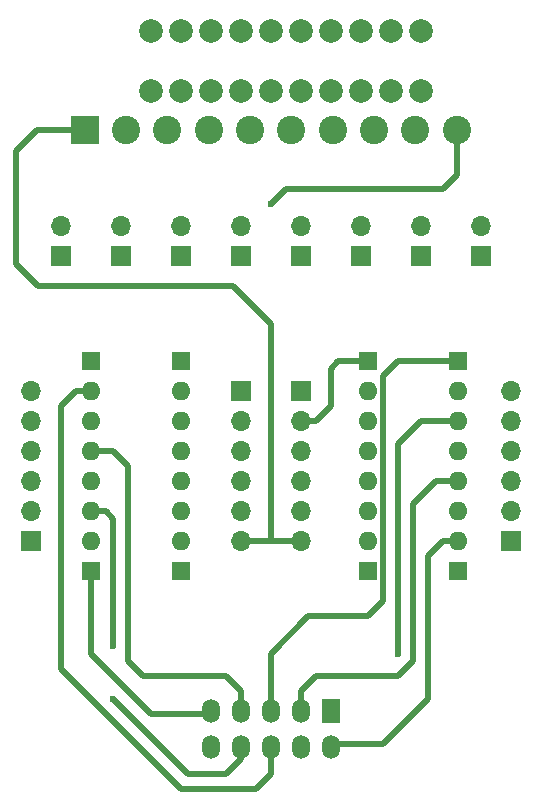
<source format=gtl>
G04 #@! TF.FileFunction,Copper,L1,Top,Signal*
%FSLAX46Y46*%
G04 Gerber Fmt 4.6, Leading zero omitted, Abs format (unit mm)*
G04 Created by KiCad (PCBNEW 4.0.7) date Wednesday, January 10, 2018 'AMt' 07:06:06 AM*
%MOMM*%
%LPD*%
G01*
G04 APERTURE LIST*
%ADD10C,0.100000*%
%ADD11R,1.700000X1.700000*%
%ADD12O,1.700000X1.700000*%
%ADD13C,2.000000*%
%ADD14C,2.400000*%
%ADD15R,2.400000X2.400000*%
%ADD16O,1.500000X2.000000*%
%ADD17R,1.500000X2.000000*%
%ADD18R,1.600000X1.600000*%
%ADD19O,1.600000X1.600000*%
%ADD20C,0.600000*%
%ADD21C,0.500000*%
G04 APERTURE END LIST*
D10*
D11*
X40640000Y-114300000D03*
D12*
X40640000Y-111760000D03*
X40640000Y-109220000D03*
X40640000Y-106680000D03*
X40640000Y-104140000D03*
X40640000Y-101600000D03*
D11*
X81280000Y-114300000D03*
D12*
X81280000Y-111760000D03*
X81280000Y-109220000D03*
X81280000Y-106680000D03*
X81280000Y-104140000D03*
X81280000Y-101600000D03*
D11*
X63500000Y-101600000D03*
D12*
X63500000Y-104140000D03*
X63500000Y-106680000D03*
X63500000Y-109220000D03*
X63500000Y-111760000D03*
X63500000Y-114300000D03*
D13*
X50800000Y-76200000D03*
X50800000Y-71120000D03*
X53340000Y-76200000D03*
X53340000Y-71120000D03*
X55880000Y-76200000D03*
X55880000Y-71120000D03*
X58420000Y-76200000D03*
X58420000Y-71120000D03*
X60960000Y-76200000D03*
X60960000Y-71120000D03*
X63500000Y-76200000D03*
X63500000Y-71120000D03*
X66040000Y-76200000D03*
X66040000Y-71120000D03*
X68580000Y-76200000D03*
X68580000Y-71120000D03*
X71120000Y-76200000D03*
X71120000Y-71120000D03*
X73660000Y-76200000D03*
X73660000Y-71120000D03*
D14*
X52210000Y-79440000D03*
X48710000Y-79440000D03*
X55710000Y-79440000D03*
X59210000Y-79440000D03*
X62710000Y-79440000D03*
X66210000Y-79440000D03*
D15*
X45210000Y-79440000D03*
D14*
X69710000Y-79440000D03*
X73210000Y-79440000D03*
X76710000Y-79440000D03*
D11*
X58420000Y-101600000D03*
D12*
X58420000Y-104140000D03*
X58420000Y-106680000D03*
X58420000Y-109220000D03*
X58420000Y-111760000D03*
X58420000Y-114300000D03*
D16*
X55880000Y-128655000D03*
X55880000Y-131695000D03*
X58420000Y-131695000D03*
X58420000Y-128655000D03*
D17*
X66040000Y-128655000D03*
D16*
X66040000Y-131695000D03*
X63500000Y-128655000D03*
X63500000Y-131695000D03*
X60960000Y-128655000D03*
X60960000Y-131695000D03*
D11*
X43180000Y-90170000D03*
D12*
X43180000Y-87630000D03*
D11*
X48260000Y-90170000D03*
D12*
X48260000Y-87630000D03*
D11*
X53340000Y-90170000D03*
D12*
X53340000Y-87630000D03*
D11*
X58420000Y-90170000D03*
D12*
X58420000Y-87630000D03*
D11*
X63500000Y-90170000D03*
D12*
X63500000Y-87630000D03*
D11*
X68580000Y-90170000D03*
D12*
X68580000Y-87630000D03*
D11*
X73660000Y-90170000D03*
D12*
X73660000Y-87630000D03*
D11*
X78740000Y-90170000D03*
D12*
X78740000Y-87630000D03*
D18*
X45720000Y-116840000D03*
D19*
X53340000Y-99060000D03*
X45720000Y-114300000D03*
X53340000Y-101600000D03*
X45720000Y-111760000D03*
X53340000Y-104140000D03*
X45720000Y-109220000D03*
X53340000Y-106680000D03*
X45720000Y-106680000D03*
X53340000Y-109220000D03*
X45720000Y-104140000D03*
X53340000Y-111760000D03*
X45720000Y-101600000D03*
X53340000Y-114300000D03*
X45720000Y-99060000D03*
X53340000Y-116840000D03*
D18*
X45720000Y-99060000D03*
D19*
X53340000Y-116840000D03*
X45720000Y-101600000D03*
X53340000Y-114300000D03*
X45720000Y-104140000D03*
X53340000Y-111760000D03*
X45720000Y-106680000D03*
X53340000Y-109220000D03*
X45720000Y-109220000D03*
X53340000Y-106680000D03*
X45720000Y-111760000D03*
X53340000Y-104140000D03*
X45720000Y-114300000D03*
X53340000Y-101600000D03*
X45720000Y-116840000D03*
X53340000Y-99060000D03*
D18*
X53340000Y-99060000D03*
D19*
X45720000Y-116840000D03*
X53340000Y-101600000D03*
X45720000Y-114300000D03*
X53340000Y-104140000D03*
X45720000Y-111760000D03*
X53340000Y-106680000D03*
X45720000Y-109220000D03*
X53340000Y-109220000D03*
X45720000Y-106680000D03*
X53340000Y-111760000D03*
X45720000Y-104140000D03*
X53340000Y-114300000D03*
X45720000Y-101600000D03*
X53340000Y-116840000D03*
X45720000Y-99060000D03*
D18*
X53340000Y-116840000D03*
D19*
X45720000Y-99060000D03*
X53340000Y-114300000D03*
X45720000Y-101600000D03*
X53340000Y-111760000D03*
X45720000Y-104140000D03*
X53340000Y-109220000D03*
X45720000Y-106680000D03*
X53340000Y-106680000D03*
X45720000Y-109220000D03*
X53340000Y-104140000D03*
X45720000Y-111760000D03*
X53340000Y-101600000D03*
X45720000Y-114300000D03*
X53340000Y-99060000D03*
X45720000Y-116840000D03*
D18*
X76835000Y-99060000D03*
D19*
X69215000Y-116840000D03*
X76835000Y-101600000D03*
X69215000Y-114300000D03*
X76835000Y-104140000D03*
X69215000Y-111760000D03*
X76835000Y-106680000D03*
X69215000Y-109220000D03*
X76835000Y-109220000D03*
X69215000Y-106680000D03*
X76835000Y-111760000D03*
X69215000Y-104140000D03*
X76835000Y-114300000D03*
X69215000Y-101600000D03*
X76835000Y-116840000D03*
X69215000Y-99060000D03*
D18*
X76835000Y-116840000D03*
D19*
X69215000Y-99060000D03*
X76835000Y-114300000D03*
X69215000Y-101600000D03*
X76835000Y-111760000D03*
X69215000Y-104140000D03*
X76835000Y-109220000D03*
X69215000Y-106680000D03*
X76835000Y-106680000D03*
X69215000Y-109220000D03*
X76835000Y-104140000D03*
X69215000Y-111760000D03*
X76835000Y-101600000D03*
X69215000Y-114300000D03*
X76835000Y-99060000D03*
X69215000Y-116840000D03*
D18*
X69215000Y-116840000D03*
D19*
X76835000Y-99060000D03*
X69215000Y-114300000D03*
X76835000Y-101600000D03*
X69215000Y-111760000D03*
X76835000Y-104140000D03*
X69215000Y-109220000D03*
X76835000Y-106680000D03*
X69215000Y-106680000D03*
X76835000Y-109220000D03*
X69215000Y-104140000D03*
X76835000Y-111760000D03*
X69215000Y-101600000D03*
X76835000Y-114300000D03*
X69215000Y-99060000D03*
X76835000Y-116840000D03*
D18*
X69215000Y-99060000D03*
D19*
X76835000Y-116840000D03*
X69215000Y-101600000D03*
X76835000Y-114300000D03*
X69215000Y-104140000D03*
X76835000Y-111760000D03*
X69215000Y-106680000D03*
X76835000Y-109220000D03*
X69215000Y-109220000D03*
X76835000Y-106680000D03*
X69215000Y-111760000D03*
X76835000Y-104140000D03*
X69215000Y-114300000D03*
X76835000Y-101600000D03*
X69215000Y-116840000D03*
X76835000Y-99060000D03*
D20*
X47625000Y-123190000D03*
X47625000Y-127635000D03*
X71755000Y-123825000D03*
X60960000Y-85725000D03*
D21*
X45720000Y-101600000D02*
X44450000Y-101600000D01*
X60960000Y-133985000D02*
X60960000Y-131445000D01*
X59690000Y-135255000D02*
X60960000Y-133985000D01*
X53340000Y-135255000D02*
X59690000Y-135255000D01*
X43180000Y-125095000D02*
X53340000Y-135255000D01*
X43180000Y-102870000D02*
X43180000Y-125095000D01*
X44450000Y-101600000D02*
X43180000Y-102870000D01*
X48895000Y-123825000D02*
X48895000Y-124460000D01*
X48895000Y-107950000D02*
X48895000Y-121285000D01*
X48895000Y-121285000D02*
X48895000Y-123825000D01*
X50165000Y-125730000D02*
X51435000Y-125730000D01*
X48895000Y-124460000D02*
X50165000Y-125730000D01*
X51435000Y-125730000D02*
X57150000Y-125730000D01*
X57150000Y-125730000D02*
X58420000Y-127000000D01*
X47625000Y-106680000D02*
X48895000Y-107950000D01*
X47625000Y-106680000D02*
X45720000Y-106680000D01*
X58420000Y-128905000D02*
X58420000Y-127000000D01*
X47625000Y-121920000D02*
X47625000Y-123190000D01*
X46990000Y-111760000D02*
X47625000Y-112395000D01*
X47625000Y-112395000D02*
X47625000Y-121920000D01*
X53975000Y-133985000D02*
X47625000Y-127635000D01*
X57150000Y-133985000D02*
X53975000Y-133985000D01*
X58420000Y-132715000D02*
X57150000Y-133985000D01*
X58420000Y-131445000D02*
X58420000Y-132715000D01*
X46990000Y-111760000D02*
X45720000Y-111760000D01*
X45720000Y-116840000D02*
X45720000Y-123825000D01*
X50800000Y-128905000D02*
X55880000Y-128905000D01*
X45720000Y-123825000D02*
X50800000Y-128905000D01*
X74295000Y-115570000D02*
X75565000Y-114300000D01*
X74295000Y-127635000D02*
X74295000Y-115570000D01*
X75565000Y-114300000D02*
X76200000Y-114300000D01*
X70485000Y-131445000D02*
X74295000Y-127635000D01*
X66040000Y-131445000D02*
X70485000Y-131445000D01*
X71755000Y-125730000D02*
X73025000Y-124460000D01*
X74930000Y-109220000D02*
X73025000Y-111125000D01*
X76200000Y-109220000D02*
X74930000Y-109220000D01*
X63500000Y-127000000D02*
X64770000Y-125730000D01*
X64770000Y-125730000D02*
X71755000Y-125730000D01*
X63500000Y-127000000D02*
X63500000Y-128905000D01*
X73025000Y-124460000D02*
X73025000Y-111125000D01*
X73660000Y-104140000D02*
X76200000Y-104140000D01*
X73660000Y-104140000D02*
X71755000Y-106045000D01*
X71755000Y-123825000D02*
X71755000Y-106045000D01*
X71755000Y-99060000D02*
X76200000Y-99060000D01*
X70485000Y-100330000D02*
X71755000Y-99060000D01*
X70485000Y-119380000D02*
X70485000Y-100330000D01*
X69215000Y-120650000D02*
X70485000Y-119380000D01*
X64135000Y-120650000D02*
X69215000Y-120650000D01*
X60960000Y-123825000D02*
X64135000Y-120650000D01*
X60960000Y-128905000D02*
X60960000Y-123825000D01*
X63500000Y-104140000D02*
X64770000Y-104140000D01*
X66675000Y-99060000D02*
X68580000Y-99060000D01*
X66040000Y-99695000D02*
X66675000Y-99060000D01*
X66040000Y-102870000D02*
X66040000Y-99695000D01*
X64770000Y-104140000D02*
X66040000Y-102870000D01*
X76710000Y-83310000D02*
X75565000Y-84455000D01*
X75565000Y-84455000D02*
X62230000Y-84455000D01*
X62230000Y-84455000D02*
X60960000Y-85725000D01*
X76710000Y-83310000D02*
X76710000Y-79440000D01*
X58420000Y-114300000D02*
X63500000Y-114300000D01*
X63500000Y-114300000D02*
X60960000Y-114300000D01*
X60960000Y-114300000D02*
X60960000Y-95885000D01*
X60960000Y-95885000D02*
X57785000Y-92710000D01*
X57785000Y-92710000D02*
X41275000Y-92710000D01*
X41275000Y-92710000D02*
X39370000Y-90805000D01*
X39370000Y-90805000D02*
X39370000Y-81280000D01*
X39370000Y-81280000D02*
X41210000Y-79440000D01*
X41210000Y-79440000D02*
X45210000Y-79440000D01*
M02*

</source>
